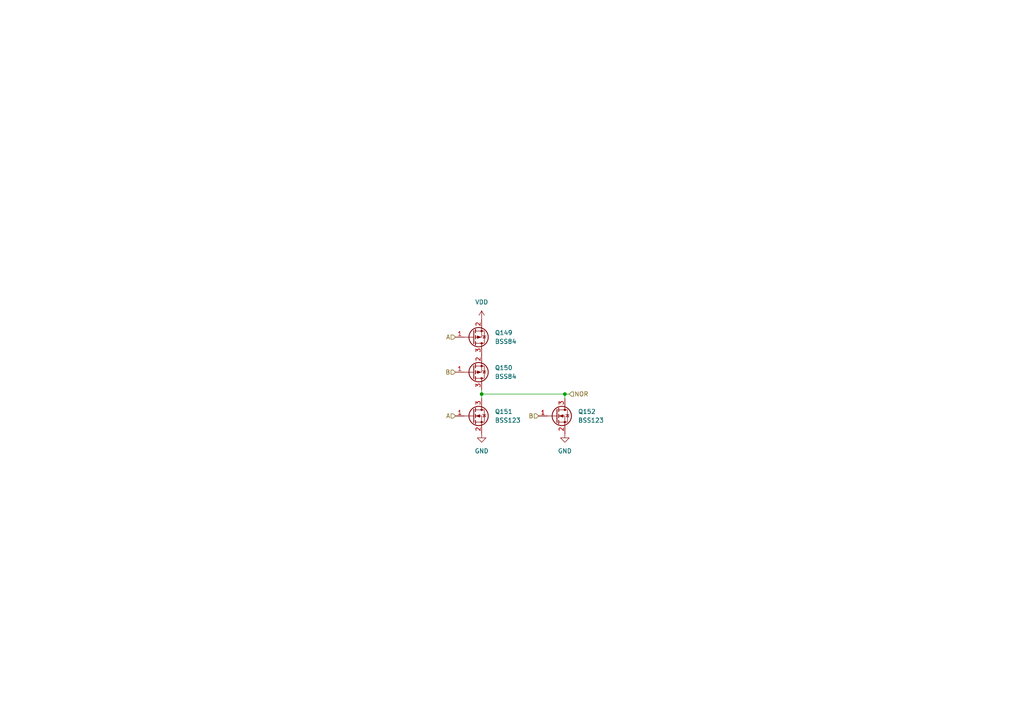
<source format=kicad_sch>
(kicad_sch (version 20250114) (generator "eeschema") (generator_version "9.0")
  (paper "A4")
  (lib_symbols
    (symbol "Transistor_FET:BSS123" (pin_names (hide yes))
      (property "Reference" "Q" (at 5.08 1.905 0))
      (property "Value" "BSS123" (at 5.08 0 0))
      (symbol "BSS123_0_1"
        (polyline (pts (xy 0.254 1.905) (xy 0.254 -1.905)) (stroke (width 0.254)))
        (polyline (pts (xy 0.254 0) (xy -2.54 0)))
        (polyline (pts (xy 0.762 2.286) (xy 0.762 1.27)) (stroke (width 0.254)))
        (polyline (pts (xy 0.762 0.508) (xy 0.762 -0.508)) (stroke (width 0.254)))
        (polyline (pts (xy 0.762 -1.27) (xy 0.762 -2.286)) (stroke (width 0.254)))
        (polyline (pts (xy 0.762 -1.778) (xy 3.302 -1.778) (xy 3.302 1.778) (xy 0.762 1.778)))
        (polyline (pts (xy 1.016 0) (xy 2.032 0.381) (xy 2.032 -0.381) (xy 1.016 0)) (fill (type outline)))
        (circle (center 1.651 0) (radius 2.794) (stroke (width 0.254)))
        (polyline (pts (xy 2.54 2.54) (xy 2.54 1.778)))
        (circle (center 2.54 1.778) (radius 0.254) (fill (type outline)))
        (circle (center 2.54 -1.778) (radius 0.254) (fill (type outline)))
        (polyline (pts (xy 2.54 -2.54) (xy 2.54 0) (xy 0.762 0)))
        (polyline (pts (xy 2.794 0.508) (xy 2.921 0.381) (xy 3.683 0.381) (xy 3.81 0.254)))
        (polyline (pts (xy 3.302 0.381) (xy 2.921 -0.254) (xy 3.683 -0.254) (xy 3.302 0.381)))
      )
      (symbol "BSS123_1_1"
        (pin input line (at -5.08 0 0) (length 2.54) (name "G") (number "1"))
        (pin passive line (at 2.54 5.08 270) (length 2.54) (name "D") (number "3"))
        (pin passive line (at 2.54 -5.08 90) (length 2.54) (name "S") (number "2"))
      )
    )
    (symbol "Transistor_FET:BSS84" (pin_names (hide yes))
      (property "Reference" "Q" (at 5.08 1.905 0))
      (property "Value" "BSS84" (at 5.08 0 0))
      (symbol "BSS84_0_1"
        (polyline (pts (xy 0.254 1.905) (xy 0.254 -1.905)) (stroke (width 0.254)))
        (polyline (pts (xy 0.254 0) (xy -2.54 0)))
        (polyline (pts (xy 0.762 2.286) (xy 0.762 1.27)) (stroke (width 0.254)))
        (polyline (pts (xy 0.762 1.778) (xy 3.302 1.778) (xy 3.302 -1.778) (xy 0.762 -1.778)))
        (polyline (pts (xy 0.762 0.508) (xy 0.762 -0.508)) (stroke (width 0.254)))
        (polyline (pts (xy 0.762 -1.27) (xy 0.762 -2.286)) (stroke (width 0.254)))
        (circle (center 1.651 0) (radius 2.794) (stroke (width 0.254)))
        (polyline (pts (xy 2.286 0) (xy 1.27 0.381) (xy 1.27 -0.381) (xy 2.286 0)) (fill (type outline)))
        (polyline (pts (xy 2.54 2.54) (xy 2.54 1.778)))
        (circle (center 2.54 1.778) (radius 0.254) (fill (type outline)))
        (circle (center 2.54 -1.778) (radius 0.254) (fill (type outline)))
        (polyline (pts (xy 2.54 -2.54) (xy 2.54 0) (xy 0.762 0)))
        (polyline (pts (xy 2.794 -0.508) (xy 2.921 -0.381) (xy 3.683 -0.381) (xy 3.81 -0.254)))
        (polyline (pts (xy 3.302 -0.381) (xy 2.921 0.254) (xy 3.683 0.254) (xy 3.302 -0.381)))
      )
      (symbol "BSS84_1_1"
        (pin input line (at -5.08 0 0) (length 2.54) (name "G") (number "1"))
        (pin passive line (at 2.54 5.08 270) (length 2.54) (name "D") (number "3"))
        (pin passive line (at 2.54 -5.08 90) (length 2.54) (name "S") (number "2"))
      )
    )
    (symbol "power:GND" (power) (pin_numbers (hide yes)) (pin_names (offset 0) (hide yes))
      (property "Value" "GND" (at 0 -3.81 0))
      (symbol "GND_0_1"
        (polyline (pts (xy 0 0) (xy 0 -1.27) (xy 1.27 -1.27) (xy 0 -2.54) (xy -1.27 -1.27) (xy 0 -1.27)))
      )
      (symbol "GND_1_1"
        (pin power_in line (at 0 0 270) (length 0) (name "~") (number "1"))
      )
    )
    (symbol "power:VDD" (power) (pin_numbers (hide yes)) (pin_names (offset 0) (hide yes))
      (property "Value" "VDD" (at 0 3.556 0))
      (symbol "VDD_0_1"
        (polyline (pts (xy -0.762 1.27) (xy 0 2.54)))
        (polyline (pts (xy 0 2.54) (xy 0.762 1.27)))
        (polyline (pts (xy 0 0) (xy 0 2.54)))
      )
      (symbol "VDD_1_1"
        (pin power_in line (at 0 0 90) (length 0) (name "~") (number "1"))
      )
    )
  )
  (junction (at 163.83 114.3))
  (junction (at 139.7 114.3))
  (wire (pts (xy 163.83 114.3) (xy 165.1 114.3)))
  (wire (pts (xy 139.7 114.3) (xy 139.7 115.57)))
  (wire (pts (xy 163.83 114.3) (xy 163.83 115.57)))
  (wire (pts (xy 139.7 114.3) (xy 163.83 114.3)))
  (wire (pts (xy 139.7 113.03) (xy 139.7 114.3)))
  (hierarchical_label "B" (shape input) (at 156.21 120.65 180))
  (hierarchical_label "B" (shape input) (at 132.08 107.95 180))
  (hierarchical_label "NOR" (shape input) (at 165.1 114.3 0))
  (hierarchical_label "A" (shape input) (at 132.08 97.79 180))
  (hierarchical_label "A" (shape input) (at 132.08 120.65 180))
  (symbol (lib_id "power:GND") (at 139.7 125.73 0) (unit 1)
    (property "Reference" "#PWR018" (effects (hide yes)))
    (property "Value" "GND" (at 139.7 130.81 0))
    (property "Description" "Power symbol creates a global label with name \"GND\" , ground" (effects (hide yes)))
    (instances (project "hera" (path "" (reference "#PWR0116") (unit 1)) (path "" (reference "#PWR0107") (unit 1)) (path "" (reference "#PWR0110") (unit 1)) (path "" (reference "#PWR0113") (unit 1)) (path "" (reference "#PWR018") (unit 1)) (path "" (reference "#PWR07") (unit 1)) (path "" (reference "#PWR010") (unit 1)) (path "" (reference "#PWR013") (unit 1)) (path "" (reference "#PWR032") (unit 1)) (path "" (reference "#PWR023") (unit 1)) (path "" (reference "#PWR026") (unit 1)) (path "" (reference "#PWR029") (unit 1)) (path "" (reference "#PWR046") (unit 1)) (path "" (reference "#PWR037") (unit 1)) (path "" (reference "#PWR040") (unit 1)) (path "" (reference "#PWR043") (unit 1)) (path "" (reference "#PWR088") (unit 1)) (path "" (reference "#PWR079") (unit 1)) (path "" (reference "#PWR082") (unit 1)) (path "" (reference "#PWR085") (unit 1)) (path "" (reference "#PWR074") (unit 1)) (path "" (reference "#PWR065") (unit 1)) (path "" (reference "#PWR068") (unit 1)) (path "" (reference "#PWR071") (unit 1)) (path "" (reference "#PWR0102") (unit 1)) (path "" (reference "#PWR093") (unit 1)) (path "" (reference "#PWR096") (unit 1)) (path "" (reference "#PWR099") (unit 1)) (path "" (reference "#PWR060") (unit 1)) (path "" (reference "#PWR051") (unit 1)) (path "" (reference "#PWR054") (unit 1)) (path "" (reference "#PWR057") (unit 1)) (path "" (reference "#PWR0168") (unit 1)) (path "" (reference "#PWR0159") (unit 1)) (path "" (reference "#PWR0162") (unit 1)) (path "" (reference "#PWR0165") (unit 1)) (path "" (reference "#PWR0238") (unit 1)) (path "" (reference "#PWR0229") (unit 1)) (path "" (reference "#PWR0232") (unit 1)) (path "" (reference "#PWR0235") (unit 1)) (path "" (reference "#PWR0252") (unit 1)) (path "" (reference "#PWR0243") (unit 1)) (path "" (reference "#PWR0246") (unit 1)) (path "" (reference "#PWR0249") (unit 1)) (path "" (reference "#PWR0266") (unit 1)) (path "" (reference "#PWR0257") (unit 1)) (path "" (reference "#PWR0260") (unit 1)) (path "" (reference "#PWR0263") (unit 1)) (path "" (reference "#PWR0196") (unit 1)) (path "" (reference "#PWR0187") (unit 1)) (path "" (reference "#PWR0190") (unit 1)) (path "" (reference "#PWR0193") (unit 1)) (path "" (reference "#PWR0210") (unit 1)) (path "" (reference "#PWR0201") (unit 1)) (path "" (reference "#PWR0204") (unit 1)) (path "" (reference "#PWR0207") (unit 1)) (path "" (reference "#PWR0182") (unit 1)) (path "" (reference "#PWR0173") (unit 1)) (path "" (reference "#PWR0176") (unit 1)) (path "" (reference "#PWR0179") (unit 1)) (path "" (reference "#PWR0224") (unit 1)) (path "" (reference "#PWR0215") (unit 1)) (path "" (reference "#PWR0218") (unit 1)) (path "" (reference "#PWR0221") (unit 1)) (path "" (reference "#PWR0280") (unit 1)) (path "" (reference "#PWR0271") (unit 1)) (path "" (reference "#PWR0274") (unit 1)) (path "" (reference "#PWR0277") (unit 1)) (path "" (reference "#PWR0350") (unit 1)) (path "" (reference "#PWR0341") (unit 1)) (path "" (reference "#PWR0344") (unit 1)) (path "" (reference "#PWR0347") (unit 1)) (path "" (reference "#PWR0364") (unit 1)) (path "" (reference "#PWR0355") (unit 1)) (path "" (reference "#PWR0358") (unit 1)) (path "" (reference "#PWR0361") (unit 1)) (path "" (reference "#PWR0378") (unit 1)) (path "" (reference "#PWR0369") (unit 1)) (path "" (reference "#PWR0372") (unit 1)) (path "" (reference "#PWR0375") (unit 1)) (path "" (reference "#PWR0308") (unit 1)) (path "" (reference "#PWR0299") (unit 1)) (path "" (reference "#PWR0302") (unit 1)) (path "" (reference "#PWR0305") (unit 1)) (path "" (reference "#PWR0322") (unit 1)) (path "" (reference "#PWR0313") (unit 1)) (path "" (reference "#PWR0316") (unit 1)) (path "" (reference "#PWR0319") (unit 1)) (path "" (reference "#PWR0294") (unit 1)) (path "" (reference "#PWR0285") (unit 1)) (path "" (reference "#PWR0288") (unit 1)) (path "" (reference "#PWR0291") (unit 1)) (path "" (reference "#PWR0336") (unit 1)) (path "" (reference "#PWR0327") (unit 1)) (path "" (reference "#PWR0330") (unit 1)) (path "" (reference "#PWR0333") (unit 1))))
  )
  (symbol (lib_id "power:GND") (at 163.83 125.73 0) (unit 1)
    (property "Reference" "#PWR019" (effects (hide yes)))
    (property "Value" "GND" (at 163.83 130.81 0))
    (property "Description" "Power symbol creates a global label with name \"GND\" , ground" (effects (hide yes)))
    (instances (project "hera" (path "" (reference "#PWR0117") (unit 1)) (path "" (reference "#PWR0108") (unit 1)) (path "" (reference "#PWR0111") (unit 1)) (path "" (reference "#PWR0114") (unit 1)) (path "" (reference "#PWR019") (unit 1)) (path "" (reference "#PWR08") (unit 1)) (path "" (reference "#PWR011") (unit 1)) (path "" (reference "#PWR014") (unit 1)) (path "" (reference "#PWR033") (unit 1)) (path "" (reference "#PWR024") (unit 1)) (path "" (reference "#PWR027") (unit 1)) (path "" (reference "#PWR030") (unit 1)) (path "" (reference "#PWR047") (unit 1)) (path "" (reference "#PWR038") (unit 1)) (path "" (reference "#PWR041") (unit 1)) (path "" (reference "#PWR044") (unit 1)) (path "" (reference "#PWR089") (unit 1)) (path "" (reference "#PWR080") (unit 1)) (path "" (reference "#PWR083") (unit 1)) (path "" (reference "#PWR086") (unit 1)) (path "" (reference "#PWR075") (unit 1)) (path "" (reference "#PWR066") (unit 1)) (path "" (reference "#PWR069") (unit 1)) (path "" (reference "#PWR072") (unit 1)) (path "" (reference "#PWR0103") (unit 1)) (path "" (reference "#PWR094") (unit 1)) (path "" (reference "#PWR097") (unit 1)) (path "" (reference "#PWR0100") (unit 1)) (path "" (reference "#PWR061") (unit 1)) (path "" (reference "#PWR052") (unit 1)) (path "" (reference "#PWR055") (unit 1)) (path "" (reference "#PWR058") (unit 1)) (path "" (reference "#PWR0169") (unit 1)) (path "" (reference "#PWR0160") (unit 1)) (path "" (reference "#PWR0163") (unit 1)) (path "" (reference "#PWR0166") (unit 1)) (path "" (reference "#PWR0239") (unit 1)) (path "" (reference "#PWR0230") (unit 1)) (path "" (reference "#PWR0233") (unit 1)) (path "" (reference "#PWR0236") (unit 1)) (path "" (reference "#PWR0253") (unit 1)) (path "" (reference "#PWR0244") (unit 1)) (path "" (reference "#PWR0247") (unit 1)) (path "" (reference "#PWR0250") (unit 1)) (path "" (reference "#PWR0267") (unit 1)) (path "" (reference "#PWR0258") (unit 1)) (path "" (reference "#PWR0261") (unit 1)) (path "" (reference "#PWR0264") (unit 1)) (path "" (reference "#PWR0197") (unit 1)) (path "" (reference "#PWR0188") (unit 1)) (path "" (reference "#PWR0191") (unit 1)) (path "" (reference "#PWR0194") (unit 1)) (path "" (reference "#PWR0211") (unit 1)) (path "" (reference "#PWR0202") (unit 1)) (path "" (reference "#PWR0205") (unit 1)) (path "" (reference "#PWR0208") (unit 1)) (path "" (reference "#PWR0183") (unit 1)) (path "" (reference "#PWR0174") (unit 1)) (path "" (reference "#PWR0177") (unit 1)) (path "" (reference "#PWR0180") (unit 1)) (path "" (reference "#PWR0225") (unit 1)) (path "" (reference "#PWR0216") (unit 1)) (path "" (reference "#PWR0219") (unit 1)) (path "" (reference "#PWR0222") (unit 1)) (path "" (reference "#PWR0281") (unit 1)) (path "" (reference "#PWR0272") (unit 1)) (path "" (reference "#PWR0275") (unit 1)) (path "" (reference "#PWR0278") (unit 1)) (path "" (reference "#PWR0351") (unit 1)) (path "" (reference "#PWR0342") (unit 1)) (path "" (reference "#PWR0345") (unit 1)) (path "" (reference "#PWR0348") (unit 1)) (path "" (reference "#PWR0365") (unit 1)) (path "" (reference "#PWR0356") (unit 1)) (path "" (reference "#PWR0359") (unit 1)) (path "" (reference "#PWR0362") (unit 1)) (path "" (reference "#PWR0379") (unit 1)) (path "" (reference "#PWR0370") (unit 1)) (path "" (reference "#PWR0373") (unit 1)) (path "" (reference "#PWR0376") (unit 1)) (path "" (reference "#PWR0309") (unit 1)) (path "" (reference "#PWR0300") (unit 1)) (path "" (reference "#PWR0303") (unit 1)) (path "" (reference "#PWR0306") (unit 1)) (path "" (reference "#PWR0323") (unit 1)) (path "" (reference "#PWR0314") (unit 1)) (path "" (reference "#PWR0317") (unit 1)) (path "" (reference "#PWR0320") (unit 1)) (path "" (reference "#PWR0295") (unit 1)) (path "" (reference "#PWR0286") (unit 1)) (path "" (reference "#PWR0289") (unit 1)) (path "" (reference "#PWR0292") (unit 1)) (path "" (reference "#PWR0337") (unit 1)) (path "" (reference "#PWR0328") (unit 1)) (path "" (reference "#PWR0331") (unit 1)) (path "" (reference "#PWR0334") (unit 1))))
  )
  (symbol (lib_id "Transistor_FET:BSS84") (at 137.16 107.95 0) (mirror x) (unit 1)
    (property "Reference" "Q20" (at 143.51 106.6799 0) (effects (justify left)))
    (property "Value" "BSS84" (at 143.51 109.2199 0) (effects (justify left)))
    (property "Footprint" "Package_TO_SOT_SMD:SOT-23" (effects (hide yes)))
    (property "Datasheet" "http://assets.nexperia.com/documents/data-sheet/BSS84.pdf" (effects (hide yes)))
    (property "Description" "-0.13A Id, -50V Vds, P-Channel MOSFET, SOT-23" (effects (hide yes)))
    (instances (project "hera" (path "" (reference "Q150") (unit 1)) (path "" (reference "Q138") (unit 1)) (path "" (reference "Q142") (unit 1)) (path "" (reference "Q146") (unit 1)) (path "" (reference "Q20") (unit 1)) (path "" (reference "Q6") (unit 1)) (path "" (reference "Q12") (unit 1)) (path "" (reference "Q16") (unit 1)) (path "" (reference "Q42") (unit 1)) (path "" (reference "Q30") (unit 1)) (path "" (reference "Q34") (unit 1)) (path "" (reference "Q38") (unit 1)) (path "" (reference "Q60") (unit 1)) (path "" (reference "Q48") (unit 1)) (path "" (reference "Q52") (unit 1)) (path "" (reference "Q56") (unit 1)) (path "" (reference "Q114") (unit 1)) (path "" (reference "Q102") (unit 1)) (path "" (reference "Q106") (unit 1)) (path "" (reference "Q110") (unit 1)) (path "" (reference "Q96") (unit 1)) (path "" (reference "Q84") (unit 1)) (path "" (reference "Q88") (unit 1)) (path "" (reference "Q92") (unit 1)) (path "" (reference "Q132") (unit 1)) (path "" (reference "Q120") (unit 1)) (path "" (reference "Q124") (unit 1)) (path "" (reference "Q128") (unit 1)) (path "" (reference "Q78") (unit 1)) (path "" (reference "Q66") (unit 1)) (path "" (reference "Q70") (unit 1)) (path "" (reference "Q74") (unit 1)) (path "" (reference "Q220") (unit 1)) (path "" (reference "Q208") (unit 1)) (path "" (reference "Q212") (unit 1)) (path "" (reference "Q216") (unit 1)) (path "" (reference "Q310") (unit 1)) (path "" (reference "Q298") (unit 1)) (path "" (reference "Q302") (unit 1)) (path "" (reference "Q306") (unit 1)) (path "" (reference "Q328") (unit 1)) (path "" (reference "Q316") (unit 1)) (path "" (reference "Q320") (unit 1)) (path "" (reference "Q324") (unit 1)) (path "" (reference "Q346") (unit 1)) (path "" (reference "Q334") (unit 1)) (path "" (reference "Q338") (unit 1)) (path "" (reference "Q342") (unit 1)) (path "" (reference "Q256") (unit 1)) (path "" (reference "Q244") (unit 1)) (path "" (reference "Q248") (unit 1)) (path "" (reference "Q252") (unit 1)) (path "" (reference "Q274") (unit 1)) (path "" (reference "Q262") (unit 1)) (path "" (reference "Q266") (unit 1)) (path "" (reference "Q270") (unit 1)) (path "" (reference "Q238") (unit 1)) (path "" (reference "Q226") (unit 1)) (path "" (reference "Q230") (unit 1)) (path "" (reference "Q234") (unit 1)) (path "" (reference "Q292") (unit 1)) (path "" (reference "Q280") (unit 1)) (path "" (reference "Q284") (unit 1)) (path "" (reference "Q288") (unit 1)) (path "" (reference "Q364") (unit 1)) (path "" (reference "Q352") (unit 1)) (path "" (reference "Q356") (unit 1)) (path "" (reference "Q360") (unit 1)) (path "" (reference "Q454") (unit 1)) (path "" (reference "Q442") (unit 1)) (path "" (reference "Q446") (unit 1)) (path "" (reference "Q450") (unit 1)) (path "" (reference "Q472") (unit 1)) (path "" (reference "Q460") (unit 1)) (path "" (reference "Q464") (unit 1)) (path "" (reference "Q468") (unit 1)) (path "" (reference "Q490") (unit 1)) (path "" (reference "Q478") (unit 1)) (path "" (reference "Q482") (unit 1)) (path "" (reference "Q486") (unit 1)) (path "" (reference "Q400") (unit 1)) (path "" (reference "Q388") (unit 1)) (path "" (reference "Q392") (unit 1)) (path "" (reference "Q396") (unit 1)) (path "" (reference "Q418") (unit 1)) (path "" (reference "Q406") (unit 1)) (path "" (reference "Q410") (unit 1)) (path "" (reference "Q414") (unit 1)) (path "" (reference "Q382") (unit 1)) (path "" (reference "Q370") (unit 1)) (path "" (reference "Q374") (unit 1)) (path "" (reference "Q378") (unit 1)) (path "" (reference "Q436") (unit 1)) (path "" (reference "Q424") (unit 1)) (path "" (reference "Q428") (unit 1)) (path "" (reference "Q432") (unit 1))))
  )
  (symbol (lib_id "Transistor_FET:BSS84") (at 137.16 97.79 0) (mirror x) (unit 1)
    (property "Reference" "Q19" (at 143.51 96.5199 0) (effects (justify left)))
    (property "Value" "BSS84" (at 143.51 99.0599 0) (effects (justify left)))
    (property "Footprint" "Package_TO_SOT_SMD:SOT-23" (effects (hide yes)))
    (property "Datasheet" "http://assets.nexperia.com/documents/data-sheet/BSS84.pdf" (effects (hide yes)))
    (property "Description" "-0.13A Id, -50V Vds, P-Channel MOSFET, SOT-23" (effects (hide yes)))
    (instances (project "hera" (path "" (reference "Q149") (unit 1)) (path "" (reference "Q137") (unit 1)) (path "" (reference "Q141") (unit 1)) (path "" (reference "Q145") (unit 1)) (path "" (reference "Q19") (unit 1)) (path "" (reference "Q5") (unit 1)) (path "" (reference "Q11") (unit 1)) (path "" (reference "Q15") (unit 1)) (path "" (reference "Q41") (unit 1)) (path "" (reference "Q29") (unit 1)) (path "" (reference "Q33") (unit 1)) (path "" (reference "Q37") (unit 1)) (path "" (reference "Q59") (unit 1)) (path "" (reference "Q47") (unit 1)) (path "" (reference "Q51") (unit 1)) (path "" (reference "Q55") (unit 1)) (path "" (reference "Q113") (unit 1)) (path "" (reference "Q101") (unit 1)) (path "" (reference "Q105") (unit 1)) (path "" (reference "Q109") (unit 1)) (path "" (reference "Q95") (unit 1)) (path "" (reference "Q83") (unit 1)) (path "" (reference "Q87") (unit 1)) (path "" (reference "Q91") (unit 1)) (path "" (reference "Q131") (unit 1)) (path "" (reference "Q119") (unit 1)) (path "" (reference "Q123") (unit 1)) (path "" (reference "Q127") (unit 1)) (path "" (reference "Q77") (unit 1)) (path "" (reference "Q65") (unit 1)) (path "" (reference "Q69") (unit 1)) (path "" (reference "Q73") (unit 1)) (path "" (reference "Q219") (unit 1)) (path "" (reference "Q207") (unit 1)) (path "" (reference "Q211") (unit 1)) (path "" (reference "Q215") (unit 1)) (path "" (reference "Q309") (unit 1)) (path "" (reference "Q297") (unit 1)) (path "" (reference "Q301") (unit 1)) (path "" (reference "Q305") (unit 1)) (path "" (reference "Q327") (unit 1)) (path "" (reference "Q315") (unit 1)) (path "" (reference "Q319") (unit 1)) (path "" (reference "Q323") (unit 1)) (path "" (reference "Q345") (unit 1)) (path "" (reference "Q333") (unit 1)) (path "" (reference "Q337") (unit 1)) (path "" (reference "Q341") (unit 1)) (path "" (reference "Q255") (unit 1)) (path "" (reference "Q243") (unit 1)) (path "" (reference "Q247") (unit 1)) (path "" (reference "Q251") (unit 1)) (path "" (reference "Q273") (unit 1)) (path "" (reference "Q261") (unit 1)) (path "" (reference "Q265") (unit 1)) (path "" (reference "Q269") (unit 1)) (path "" (reference "Q237") (unit 1)) (path "" (reference "Q225") (unit 1)) (path "" (reference "Q229") (unit 1)) (path "" (reference "Q233") (unit 1)) (path "" (reference "Q291") (unit 1)) (path "" (reference "Q279") (unit 1)) (path "" (reference "Q283") (unit 1)) (path "" (reference "Q287") (unit 1)) (path "" (reference "Q363") (unit 1)) (path "" (reference "Q351") (unit 1)) (path "" (reference "Q355") (unit 1)) (path "" (reference "Q359") (unit 1)) (path "" (reference "Q453") (unit 1)) (path "" (reference "Q441") (unit 1)) (path "" (reference "Q445") (unit 1)) (path "" (reference "Q449") (unit 1)) (path "" (reference "Q471") (unit 1)) (path "" (reference "Q459") (unit 1)) (path "" (reference "Q463") (unit 1)) (path "" (reference "Q467") (unit 1)) (path "" (reference "Q489") (unit 1)) (path "" (reference "Q477") (unit 1)) (path "" (reference "Q481") (unit 1)) (path "" (reference "Q485") (unit 1)) (path "" (reference "Q399") (unit 1)) (path "" (reference "Q387") (unit 1)) (path "" (reference "Q391") (unit 1)) (path "" (reference "Q395") (unit 1)) (path "" (reference "Q417") (unit 1)) (path "" (reference "Q405") (unit 1)) (path "" (reference "Q409") (unit 1)) (path "" (reference "Q413") (unit 1)) (path "" (reference "Q381") (unit 1)) (path "" (reference "Q369") (unit 1)) (path "" (reference "Q373") (unit 1)) (path "" (reference "Q377") (unit 1)) (path "" (reference "Q435") (unit 1)) (path "" (reference "Q423") (unit 1)) (path "" (reference "Q427") (unit 1)) (path "" (reference "Q431") (unit 1))))
  )
  (symbol (lib_id "Transistor_FET:BSS123") (at 161.29 120.65 0) (unit 1)
    (property "Reference" "Q22" (at 167.64 119.3799 0) (effects (justify left)))
    (property "Value" "BSS123" (at 167.64 121.9199 0) (effects (justify left)))
    (property "Footprint" "Package_TO_SOT_SMD:SOT-23" (effects (hide yes)))
    (property "Datasheet" "http://www.diodes.com/assets/Datasheets/ds30366.pdf" (effects (hide yes)))
    (property "Description" "0.17A Id, 100V Vds, N-Channel MOSFET, SOT-23" (effects (hide yes)))
    (instances (project "hera" (path "" (reference "Q152") (unit 1)) (path "" (reference "Q140") (unit 1)) (path "" (reference "Q144") (unit 1)) (path "" (reference "Q148") (unit 1)) (path "" (reference "Q22") (unit 1)) (path "" (reference "Q10") (unit 1)) (path "" (reference "Q14") (unit 1)) (path "" (reference "Q18") (unit 1)) (path "" (reference "Q44") (unit 1)) (path "" (reference "Q32") (unit 1)) (path "" (reference "Q36") (unit 1)) (path "" (reference "Q40") (unit 1)) (path "" (reference "Q62") (unit 1)) (path "" (reference "Q50") (unit 1)) (path "" (reference "Q54") (unit 1)) (path "" (reference "Q58") (unit 1)) (path "" (reference "Q116") (unit 1)) (path "" (reference "Q104") (unit 1)) (path "" (reference "Q108") (unit 1)) (path "" (reference "Q112") (unit 1)) (path "" (reference "Q98") (unit 1)) (path "" (reference "Q86") (unit 1)) (path "" (reference "Q90") (unit 1)) (path "" (reference "Q94") (unit 1)) (path "" (reference "Q134") (unit 1)) (path "" (reference "Q122") (unit 1)) (path "" (reference "Q126") (unit 1)) (path "" (reference "Q130") (unit 1)) (path "" (reference "Q80") (unit 1)) (path "" (reference "Q68") (unit 1)) (path "" (reference "Q72") (unit 1)) (path "" (reference "Q76") (unit 1)) (path "" (reference "Q222") (unit 1)) (path "" (reference "Q210") (unit 1)) (path "" (reference "Q214") (unit 1)) (path "" (reference "Q218") (unit 1)) (path "" (reference "Q312") (unit 1)) (path "" (reference "Q300") (unit 1)) (path "" (reference "Q304") (unit 1)) (path "" (reference "Q308") (unit 1)) (path "" (reference "Q330") (unit 1)) (path "" (reference "Q318") (unit 1)) (path "" (reference "Q322") (unit 1)) (path "" (reference "Q326") (unit 1)) (path "" (reference "Q348") (unit 1)) (path "" (reference "Q336") (unit 1)) (path "" (reference "Q340") (unit 1)) (path "" (reference "Q344") (unit 1)) (path "" (reference "Q258") (unit 1)) (path "" (reference "Q246") (unit 1)) (path "" (reference "Q250") (unit 1)) (path "" (reference "Q254") (unit 1)) (path "" (reference "Q276") (unit 1)) (path "" (reference "Q264") (unit 1)) (path "" (reference "Q268") (unit 1)) (path "" (reference "Q272") (unit 1)) (path "" (reference "Q240") (unit 1)) (path "" (reference "Q228") (unit 1)) (path "" (reference "Q232") (unit 1)) (path "" (reference "Q236") (unit 1)) (path "" (reference "Q294") (unit 1)) (path "" (reference "Q282") (unit 1)) (path "" (reference "Q286") (unit 1)) (path "" (reference "Q290") (unit 1)) (path "" (reference "Q366") (unit 1)) (path "" (reference "Q354") (unit 1)) (path "" (reference "Q358") (unit 1)) (path "" (reference "Q362") (unit 1)) (path "" (reference "Q456") (unit 1)) (path "" (reference "Q444") (unit 1)) (path "" (reference "Q448") (unit 1)) (path "" (reference "Q452") (unit 1)) (path "" (reference "Q474") (unit 1)) (path "" (reference "Q462") (unit 1)) (path "" (reference "Q466") (unit 1)) (path "" (reference "Q470") (unit 1)) (path "" (reference "Q492") (unit 1)) (path "" (reference "Q480") (unit 1)) (path "" (reference "Q484") (unit 1)) (path "" (reference "Q488") (unit 1)) (path "" (reference "Q402") (unit 1)) (path "" (reference "Q390") (unit 1)) (path "" (reference "Q394") (unit 1)) (path "" (reference "Q398") (unit 1)) (path "" (reference "Q420") (unit 1)) (path "" (reference "Q408") (unit 1)) (path "" (reference "Q412") (unit 1)) (path "" (reference "Q416") (unit 1)) (path "" (reference "Q384") (unit 1)) (path "" (reference "Q372") (unit 1)) (path "" (reference "Q376") (unit 1)) (path "" (reference "Q380") (unit 1)) (path "" (reference "Q438") (unit 1)) (path "" (reference "Q426") (unit 1)) (path "" (reference "Q430") (unit 1)) (path "" (reference "Q434") (unit 1))))
  )
  (symbol (lib_id "Transistor_FET:BSS123") (at 137.16 120.65 0) (unit 1)
    (property "Reference" "Q21" (at 143.51 119.3799 0) (effects (justify left)))
    (property "Value" "BSS123" (at 143.51 121.9199 0) (effects (justify left)))
    (property "Footprint" "Package_TO_SOT_SMD:SOT-23" (effects (hide yes)))
    (property "Datasheet" "http://www.diodes.com/assets/Datasheets/ds30366.pdf" (effects (hide yes)))
    (property "Description" "0.17A Id, 100V Vds, N-Channel MOSFET, SOT-23" (effects (hide yes)))
    (instances (project "hera" (path "" (reference "Q151") (unit 1)) (path "" (reference "Q139") (unit 1)) (path "" (reference "Q143") (unit 1)) (path "" (reference "Q147") (unit 1)) (path "" (reference "Q21") (unit 1)) (path "" (reference "Q9") (unit 1)) (path "" (reference "Q13") (unit 1)) (path "" (reference "Q17") (unit 1)) (path "" (reference "Q43") (unit 1)) (path "" (reference "Q31") (unit 1)) (path "" (reference "Q35") (unit 1)) (path "" (reference "Q39") (unit 1)) (path "" (reference "Q61") (unit 1)) (path "" (reference "Q49") (unit 1)) (path "" (reference "Q53") (unit 1)) (path "" (reference "Q57") (unit 1)) (path "" (reference "Q115") (unit 1)) (path "" (reference "Q103") (unit 1)) (path "" (reference "Q107") (unit 1)) (path "" (reference "Q111") (unit 1)) (path "" (reference "Q97") (unit 1)) (path "" (reference "Q85") (unit 1)) (path "" (reference "Q89") (unit 1)) (path "" (reference "Q93") (unit 1)) (path "" (reference "Q133") (unit 1)) (path "" (reference "Q121") (unit 1)) (path "" (reference "Q125") (unit 1)) (path "" (reference "Q129") (unit 1)) (path "" (reference "Q79") (unit 1)) (path "" (reference "Q67") (unit 1)) (path "" (reference "Q71") (unit 1)) (path "" (reference "Q75") (unit 1)) (path "" (reference "Q221") (unit 1)) (path "" (reference "Q209") (unit 1)) (path "" (reference "Q213") (unit 1)) (path "" (reference "Q217") (unit 1)) (path "" (reference "Q311") (unit 1)) (path "" (reference "Q299") (unit 1)) (path "" (reference "Q303") (unit 1)) (path "" (reference "Q307") (unit 1)) (path "" (reference "Q329") (unit 1)) (path "" (reference "Q317") (unit 1)) (path "" (reference "Q321") (unit 1)) (path "" (reference "Q325") (unit 1)) (path "" (reference "Q347") (unit 1)) (path "" (reference "Q335") (unit 1)) (path "" (reference "Q339") (unit 1)) (path "" (reference "Q343") (unit 1)) (path "" (reference "Q257") (unit 1)) (path "" (reference "Q245") (unit 1)) (path "" (reference "Q249") (unit 1)) (path "" (reference "Q253") (unit 1)) (path "" (reference "Q275") (unit 1)) (path "" (reference "Q263") (unit 1)) (path "" (reference "Q267") (unit 1)) (path "" (reference "Q271") (unit 1)) (path "" (reference "Q239") (unit 1)) (path "" (reference "Q227") (unit 1)) (path "" (reference "Q231") (unit 1)) (path "" (reference "Q235") (unit 1)) (path "" (reference "Q293") (unit 1)) (path "" (reference "Q281") (unit 1)) (path "" (reference "Q285") (unit 1)) (path "" (reference "Q289") (unit 1)) (path "" (reference "Q365") (unit 1)) (path "" (reference "Q353") (unit 1)) (path "" (reference "Q357") (unit 1)) (path "" (reference "Q361") (unit 1)) (path "" (reference "Q455") (unit 1)) (path "" (reference "Q443") (unit 1)) (path "" (reference "Q447") (unit 1)) (path "" (reference "Q451") (unit 1)) (path "" (reference "Q473") (unit 1)) (path "" (reference "Q461") (unit 1)) (path "" (reference "Q465") (unit 1)) (path "" (reference "Q469") (unit 1)) (path "" (reference "Q491") (unit 1)) (path "" (reference "Q479") (unit 1)) (path "" (reference "Q483") (unit 1)) (path "" (reference "Q487") (unit 1)) (path "" (reference "Q401") (unit 1)) (path "" (reference "Q389") (unit 1)) (path "" (reference "Q393") (unit 1)) (path "" (reference "Q397") (unit 1)) (path "" (reference "Q419") (unit 1)) (path "" (reference "Q407") (unit 1)) (path "" (reference "Q411") (unit 1)) (path "" (reference "Q415") (unit 1)) (path "" (reference "Q383") (unit 1)) (path "" (reference "Q371") (unit 1)) (path "" (reference "Q375") (unit 1)) (path "" (reference "Q379") (unit 1)) (path "" (reference "Q437") (unit 1)) (path "" (reference "Q425") (unit 1)) (path "" (reference "Q429") (unit 1)) (path "" (reference "Q433") (unit 1))))
  )
  (symbol (lib_id "power:VDD") (at 139.7 92.71 0) (unit 1)
    (property "Reference" "#PWR017" (effects (hide yes)))
    (property "Value" "VDD" (at 139.7 87.63 0))
    (property "Description" "Power symbol creates a global label with name \"VDD\"" (effects (hide yes)))
    (instances (project "hera" (path "" (reference "#PWR0115") (unit 1)) (path "" (reference "#PWR0106") (unit 1)) (path "" (reference "#PWR0109") (unit 1)) (path "" (reference "#PWR0112") (unit 1)) (path "" (reference "#PWR017") (unit 1)) (path "" (reference "#PWR06") (unit 1)) (path "" (reference "#PWR09") (unit 1)) (path "" (reference "#PWR012") (unit 1)) (path "" (reference "#PWR031") (unit 1)) (path "" (reference "#PWR022") (unit 1)) (path "" (reference "#PWR025") (unit 1)) (path "" (reference "#PWR028") (unit 1)) (path "" (reference "#PWR045") (unit 1)) (path "" (reference "#PWR036") (unit 1)) (path "" (reference "#PWR039") (unit 1)) (path "" (reference "#PWR042") (unit 1)) (path "" (reference "#PWR087") (unit 1)) (path "" (reference "#PWR078") (unit 1)) (path "" (reference "#PWR081") (unit 1)) (path "" (reference "#PWR084") (unit 1)) (path "" (reference "#PWR073") (unit 1)) (path "" (reference "#PWR064") (unit 1)) (path "" (reference "#PWR067") (unit 1)) (path "" (reference "#PWR070") (unit 1)) (path "" (reference "#PWR0101") (unit 1)) (path "" (reference "#PWR092") (unit 1)) (path "" (reference "#PWR095") (unit 1)) (path "" (reference "#PWR098") (unit 1)) (path "" (reference "#PWR059") (unit 1)) (path "" (reference "#PWR050") (unit 1)) (path "" (reference "#PWR053") (unit 1)) (path "" (reference "#PWR056") (unit 1)) (path "" (reference "#PWR0167") (unit 1)) (path "" (reference "#PWR0158") (unit 1)) (path "" (reference "#PWR0161") (unit 1)) (path "" (reference "#PWR0164") (unit 1)) (path "" (reference "#PWR0237") (unit 1)) (path "" (reference "#PWR0228") (unit 1)) (path "" (reference "#PWR0231") (unit 1)) (path "" (reference "#PWR0234") (unit 1)) (path "" (reference "#PWR0251") (unit 1)) (path "" (reference "#PWR0242") (unit 1)) (path "" (reference "#PWR0245") (unit 1)) (path "" (reference "#PWR0248") (unit 1)) (path "" (reference "#PWR0265") (unit 1)) (path "" (reference "#PWR0256") (unit 1)) (path "" (reference "#PWR0259") (unit 1)) (path "" (reference "#PWR0262") (unit 1)) (path "" (reference "#PWR0195") (unit 1)) (path "" (reference "#PWR0186") (unit 1)) (path "" (reference "#PWR0189") (unit 1)) (path "" (reference "#PWR0192") (unit 1)) (path "" (reference "#PWR0209") (unit 1)) (path "" (reference "#PWR0200") (unit 1)) (path "" (reference "#PWR0203") (unit 1)) (path "" (reference "#PWR0206") (unit 1)) (path "" (reference "#PWR0181") (unit 1)) (path "" (reference "#PWR0172") (unit 1)) (path "" (reference "#PWR0175") (unit 1)) (path "" (reference "#PWR0178") (unit 1)) (path "" (reference "#PWR0223") (unit 1)) (path "" (reference "#PWR0214") (unit 1)) (path "" (reference "#PWR0217") (unit 1)) (path "" (reference "#PWR0220") (unit 1)) (path "" (reference "#PWR0279") (unit 1)) (path "" (reference "#PWR0270") (unit 1)) (path "" (reference "#PWR0273") (unit 1)) (path "" (reference "#PWR0276") (unit 1)) (path "" (reference "#PWR0349") (unit 1)) (path "" (reference "#PWR0340") (unit 1)) (path "" (reference "#PWR0343") (unit 1)) (path "" (reference "#PWR0346") (unit 1)) (path "" (reference "#PWR0363") (unit 1)) (path "" (reference "#PWR0354") (unit 1)) (path "" (reference "#PWR0357") (unit 1)) (path "" (reference "#PWR0360") (unit 1)) (path "" (reference "#PWR0377") (unit 1)) (path "" (reference "#PWR0368") (unit 1)) (path "" (reference "#PWR0371") (unit 1)) (path "" (reference "#PWR0374") (unit 1)) (path "" (reference "#PWR0307") (unit 1)) (path "" (reference "#PWR0298") (unit 1)) (path "" (reference "#PWR0301") (unit 1)) (path "" (reference "#PWR0304") (unit 1)) (path "" (reference "#PWR0321") (unit 1)) (path "" (reference "#PWR0312") (unit 1)) (path "" (reference "#PWR0315") (unit 1)) (path "" (reference "#PWR0318") (unit 1)) (path "" (reference "#PWR0293") (unit 1)) (path "" (reference "#PWR0284") (unit 1)) (path "" (reference "#PWR0287") (unit 1)) (path "" (reference "#PWR0290") (unit 1)) (path "" (reference "#PWR0335") (unit 1)) (path "" (reference "#PWR0326") (unit 1)) (path "" (reference "#PWR0329") (unit 1)) (path "" (reference "#PWR0332") (unit 1))))
  )
)
</source>
